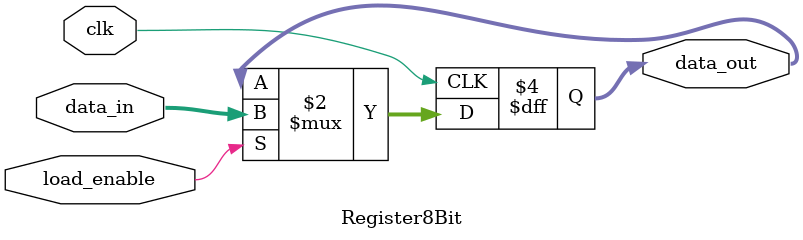
<source format=v>
module Register8Bit (
    input wire [7:0] data_in,     // Đầu vào dữ liệu 4 bit
    input wire load_enable,       // Tín hiệu cho phép ghi (load)
    input wire clk,               // Tín hiệu đồng hồ (Clock)
    output reg [7:0] data_out     // Đầu ra dữ liệu 4 bit
);

    always @(posedge clk) begin
        if (load_enable)          // Nếu load_enable bật
            data_out <= data_in;  // Ghi dữ liệu mới vào data_out
    end

endmodule
</source>
